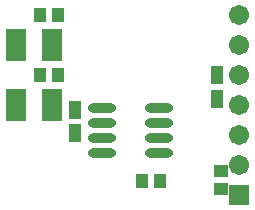
<source format=gbs>
G04 Layer_Color=16711935*
%FSLAX44Y44*%
%MOMM*%
G71*
G01*
G75*
%ADD35R,1.0922X1.2192*%
%ADD36R,1.1032X1.5032*%
%ADD38O,2.4032X0.8032*%
%ADD40C,1.7032*%
%ADD41R,1.7032X1.7032*%
%ADD42R,1.2192X1.0922*%
%ADD43R,1.7032X2.8032*%
D35*
X364490Y278130D02*
D03*
X379730D02*
D03*
X278130Y419100D02*
D03*
X293370D02*
D03*
X278130Y368300D02*
D03*
X293370D02*
D03*
D36*
X427990Y348140D02*
D03*
Y368140D02*
D03*
X307960Y318930D02*
D03*
Y338930D02*
D03*
D38*
X330600Y302260D02*
D03*
Y314960D02*
D03*
Y327660D02*
D03*
Y340360D02*
D03*
X378600Y302260D02*
D03*
Y314960D02*
D03*
Y327660D02*
D03*
Y340360D02*
D03*
D40*
X447040Y419100D02*
D03*
Y393700D02*
D03*
Y368300D02*
D03*
Y342900D02*
D03*
Y292100D02*
D03*
Y317500D02*
D03*
D41*
Y266700D02*
D03*
D42*
X431800Y287020D02*
D03*
Y271780D02*
D03*
D43*
X258050Y393700D02*
D03*
X288050D02*
D03*
X258050Y342900D02*
D03*
X288050D02*
D03*
M02*

</source>
